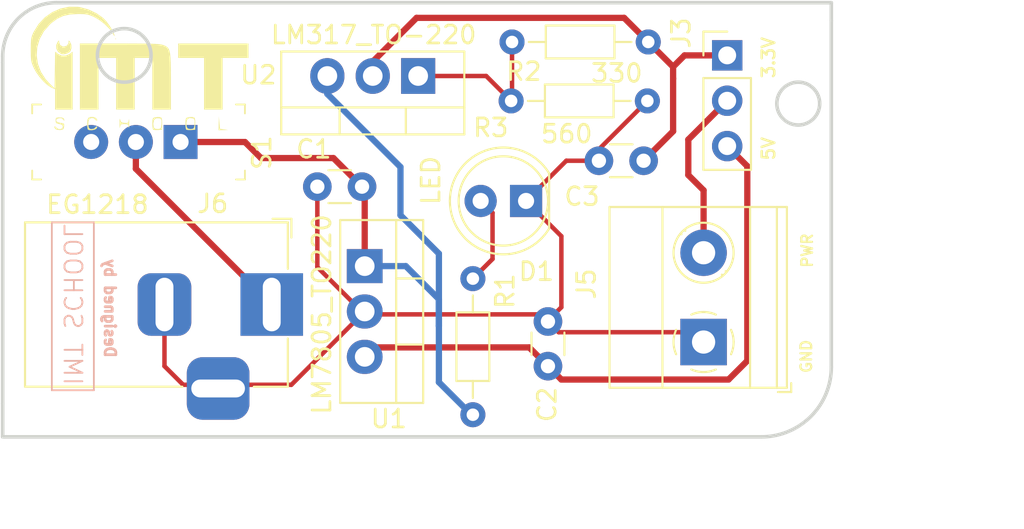
<source format=kicad_pcb>
(kicad_pcb (version 20240108) (generator "pcbnew") (generator_version "8.0")
  (layers (0 "F.Cu" signal) (31 "B.Cu" signal) (34 "B.Paste" user) (35 "F.Paste" user) (36 "B.SilkS" user "B.Silkscreen") (37 "F.SilkS" user "F.Silkscreen") (38 "B.Mask" user) (39 "F.Mask" user) (44 "Edge.Cuts" user))
  (net 0 "")
  (net 1 "GND")
  (net 2 "/12V")
  (net 3 "/5V")
  (net 4 "/3.3V")
  (net 5 "Net-(D1-A)")
  (net 6 "/PWR_output")
  (net 7 "/PWR_input")
  (net 8 "Net-(U2-ADJ)")
  (footprint "Capacitor_THT:C_Disc_D3.0mm_W1.6mm_P2.50mm" (layer "F.Cu") (at 71.35 45.25 180)
    (property "Reference" "C3" (at 3.45 -2 0) (layer "F.SilkS"))
    (property "Value" "1uf")
    (fp_line (start 0.621 0.92) (end 1.879 0.92) (stroke (width 0.12)) (layer "F.SilkS"))
    (fp_line (start 0.621 -0.92) (end 1.879 -0.92) (stroke (width 0.12)) (layer "F.SilkS"))
    (pad "1" thru_hole circle (at 0 0 180) (size 1.6 1.6) (drill 0.8) (layers "*.Cu" "*.Mask") (net 4 "/3.3V"))
    (pad "2" thru_hole circle (at 2.5 0 180) (size 1.6 1.6) (drill 0.8) (layers "*.Cu" "*.Mask") (net 1 "GND"))
  )
  (footprint "TerminalBlock_Phoenix:TerminalBlock_Phoenix_MKDS-1,5-2_1x02_P5.00mm_Horizontal" (layer "F.Cu") (at 74.705 55.4 90)
    (property "Reference" "J5" (at 3.25 -6.555 90) (layer "F.SilkS"))
    (property "Value" "Screw_Terminal_01x02" (hide yes))
    (fp_line (start 7.56 -5.261) (end 7.56 4.66) (stroke (width 0.12)) (layer "F.SilkS"))
    (fp_line (start -2.56 -5.261) (end 7.56 -5.261) (stroke (width 0.12)) (layer "F.SilkS"))
    (fp_line (start -2.56 -5.261) (end -2.56 4.66) (stroke (width 0.12)) (layer "F.SilkS"))
    (fp_line (start -2.56 -2.301) (end 7.56 -2.301) (stroke (width 0.12)) (layer "F.SilkS"))
    (fp_line (start 6.07 -1.275) (end 6.035 -1.239) (stroke (width 0.12)) (layer "F.SilkS"))
    (fp_line (start 6.275 -1.069) (end 6.228 -1.023) (stroke (width 0.12)) (layer "F.SilkS"))
    (fp_line (start 3.773 1.023) (end 3.726 1.069) (stroke (width 0.12)) (layer "F.SilkS"))
    (fp_line (start 3.966 1.239) (end 3.931 1.274) (stroke (width 0.12)) (layer "F.SilkS"))
    (fp_line (start -2.56 2.6) (end 7.56 2.6) (stroke (width 0.12)) (layer "F.SilkS"))
    (fp_line (start -2.56 4.1) (end 7.56 4.1) (stroke (width 0.12)) (layer "F.SilkS"))
    (fp_line (start -2.8 4.16) (end -2.8 4.9) (stroke (width 0.12)) (layer "F.SilkS"))
    (fp_line (start -2.56 4.66) (end 7.56 4.66) (stroke (width 0.12)) (layer "F.SilkS"))
    (fp_line (start -2.8 4.9) (end -2.3 4.9) (stroke (width 0.12)) (layer "F.SilkS"))
    (fp_arc (start -0.683042 -1.535427) (mid 0.000524 -1.680501) (end 0.684 -1.535) (stroke (width 0.12)) (layer "F.SilkS"))
    (fp_arc (start 1.535427 -0.683042) (mid 1.680501 0.000524) (end 1.535 0.684) (stroke (width 0.12)) (layer "F.SilkS"))
    (fp_arc (start -1.535427 0.683042) (mid -1.680501 -0.000524) (end -1.535 -0.684) (stroke (width 0.12)) (layer "F.SilkS"))
    (fp_arc (start 0.683318 1.534756) (mid 0.349292 1.643288) (end 0 1.68) (stroke (width 0.12)) (layer "F.SilkS"))
    (fp_arc (start 0.028805 1.680253) (mid -0.335551 1.646659) (end -0.684 1.535) (stroke (width 0.12)) (layer "F.SilkS"))
    (fp_circle (center 5 0) (end 6.68 0) (stroke (width 0.12)) (fill none) (layer "F.SilkS"))
    (pad "1" thru_hole rect (at 0 0 90) (size 2.6 2.6) (drill 1.3) (layers "*.Cu" "*.Mask") (net 1 "GND"))
    (pad "2" thru_hole circle (at 5 0 90) (size 2.6 2.6) (drill 1.3) (layers "*.Cu" "*.Mask") (net 6 "/PWR_output"))
  )
  (footprint "digikey-footprints:Switch_Slide_11.6x4mm_EG1218" (layer "F.Cu") (at 45.45 44.2 180)
    (property "Reference" "S1" (at -4.55 -0.6 -90) (layer "F.SilkS"))
    (property "Value" "EG1218" (at 4.65 -3.5 0) (layer "F.SilkS"))
    (fp_line (start 8.3 2.1) (end 8.3 1.6) (stroke (width 0.1)) (layer "F.SilkS"))
    (fp_line (start 8.3 2.1) (end 7.8 2.1) (stroke (width 0.1)) (layer "F.SilkS"))
    (fp_line (start 8.3 -2.1) (end 8.3 -1.6) (stroke (width 0.1)) (layer "F.SilkS"))
    (fp_line (start 8.3 -2.1) (end 7.8 -2.1) (stroke (width 0.1)) (layer "F.SilkS"))
    (fp_line (start -3.6 2.1) (end -3.1 2.1) (stroke (width 0.1)) (layer "F.SilkS"))
    (fp_line (start -3.6 2.1) (end -3.6 1.6) (stroke (width 0.1)) (layer "F.SilkS"))
    (fp_line (start -3.6 -2.1) (end -3.1 -2.1) (stroke (width 0.1)) (layer "F.SilkS"))
    (fp_line (start -3.6 -2.1) (end -3.6 -1.6) (stroke (width 0.1)) (layer "F.SilkS"))
    (pad "1" thru_hole rect (at 0 0 180) (size 1.9 1.9) (drill 0.9) (layers "*.Cu" "*.Mask") (net 2 "/12V"))
    (pad "2" thru_hole circle (at 2.5 0 180) (size 1.9 1.9) (drill 0.9) (layers "*.Cu" "*.Mask") (net 7 "/PWR_input"))
    (pad "3" thru_hole circle (at 5 0 180) (size 1.9 1.9) (drill 0.9) (layers "*.Cu" "*.Mask"))
  )
  (footprint "Package_TO_SOT_THT:TO-220-3_Vertical" (layer "F.Cu") (at 58.74 40.505 180)
    (property "Reference" "U2" (at 8.94 0.055 0) (layer "F.SilkS"))
    (property "Value" "LM317_TO-220" (at 2.49 2.305 0) (layer "F.SilkS"))
    (fp_line (start 7.66 -3.27) (end 7.66 1.371) (stroke (width 0.12)) (layer "F.SilkS"))
    (fp_line (start 4.391 -3.27) (end 4.391 -1.76) (stroke (width 0.12)) (layer "F.SilkS"))
    (fp_line (start 0.69 -3.27) (end 0.69 -1.76) (stroke (width 0.12)) (layer "F.SilkS"))
    (fp_line (start -2.58 1.371) (end 7.66 1.371) (stroke (width 0.12)) (layer "F.SilkS"))
    (fp_line (start -2.58 -1.76) (end 7.66 -1.76) (stroke (width 0.12)) (layer "F.SilkS"))
    (fp_line (start -2.58 -3.27) (end 7.66 -3.27) (stroke (width 0.12)) (layer "F.SilkS"))
    (fp_line (start -2.58 -3.27) (end -2.58 1.371) (stroke (width 0.12)) (layer "F.SilkS"))
    (pad "1" thru_hole rect (at 0 0 180) (size 1.905 2) (drill 1.1) (layers "*.Cu" "*.Mask") (net 8 "Net-(U2-ADJ)"))
    (pad "2" thru_hole oval (at 2.54 0 180) (size 1.905 2) (drill 1.1) (layers "*.Cu" "*.Mask") (net 4 "/3.3V"))
    (pad "3" thru_hole oval (at 5.08 0 180) (size 1.905 2) (drill 1.1) (layers "*.Cu" "*.Mask") (net 2 "/12V"))
  )
  (footprint "Resistor_THT:R_Axial_DIN0204_L3.6mm_D1.6mm_P7.62mm_Horizontal" (layer "F.Cu") (at 71.61 38.6 180)
    (property "Reference" "R2" (at 6.96 -1.65 0) (layer "F.SilkS"))
    (property "Value" "330" (at 1.76 -1.75 0) (layer "F.SilkS"))
    (fp_line (start 6.68 0) (end 5.73 0) (stroke (width 0.12)) (layer "F.SilkS"))
    (fp_line (start 5.73 0.92) (end 5.73 -0.92) (stroke (width 0.12)) (layer "F.SilkS"))
    (fp_line (start 5.73 -0.92) (end 1.89 -0.92) (stroke (width 0.12)) (layer "F.SilkS"))
    (fp_line (start 1.89 0.92) (end 5.73 0.92) (stroke (width 0.12)) (layer "F.SilkS"))
    (fp_line (start 1.89 -0.92) (end 1.89 0.92) (stroke (width 0.12)) (layer "F.SilkS"))
    (fp_line (start 0.94 0) (end 1.89 0) (stroke (width 0.12)) (layer "F.SilkS"))
    (pad "1" thru_hole circle (at 0 0 180) (size 1.4 1.4) (drill 0.7) (layers "*.Cu" "*.Mask") (net 4 "/3.3V"))
    (pad "2" thru_hole oval (at 7.62 0 180) (size 1.4 1.4) (drill 0.7) (layers "*.Cu" "*.Mask") (net 8 "Net-(U2-ADJ)"))
  )
  (footprint "LED_THT:LED_D5.0mm" (layer "F.Cu") (at 64.775 47.5 180)
    (property "Reference" "D1" (at -0.575 -3.95 0) (layer "F.SilkS"))
    (property "Value" "LED" (at 5.325 1.15 90) (layer "F.SilkS"))
    (fp_line (start -1.29 -1.545) (end -1.29 1.545) (stroke (width 0.12)) (layer "F.SilkS"))
    (fp_arc (start 4.26 -0.000462) (mid 2.072002 2.880433) (end -1.29 1.54483) (stroke (width 0.12)) (layer "F.SilkS"))
    (fp_arc (start -1.29 -1.54483) (mid 2.072002 -2.880433) (end 4.26 0.000462) (stroke (width 0.12)) (layer "F.SilkS"))
    (fp_circle (center 1.27 0) (end 3.77 0) (stroke (width 0.12)) (fill none) (layer "F.SilkS"))
    (pad "1" thru_hole rect (at 0 0 180) (size 1.8 1.8) (drill 0.9) (layers "*.Cu" "*.Mask") (net 1 "GND"))
    (pad "2" thru_hole circle (at 2.54 0 180) (size 1.8 1.8) (drill 0.9) (layers "*.Cu" "*.Mask") (net 5 "Net-(D1-A)"))
  )
  (footprint "Connector_BarrelJack:BarrelJack_Horizontal" (layer "F.Cu") (at 50.55 53.3)
    (property "Reference" "J6" (at -3.3 -5.65 0) (layer "F.SilkS"))
    (property "Value" "Barrel_Jack_Switch" (hide yes))
    (fp_line (start -13.8 -4.6) (end 0.9 -4.6) (stroke (width 0.12)) (layer "F.SilkS"))
    (fp_line (start -13.8 4.6) (end -13.8 -4.6) (stroke (width 0.12)) (layer "F.SilkS"))
    (fp_line (start -5 4.6) (end -13.8 4.6) (stroke (width 0.12)) (layer "F.SilkS"))
    (fp_line (start 0.05 -4.8) (end 1.1 -4.8) (stroke (width 0.12)) (layer "F.SilkS"))
    (fp_line (start 0.9 -4.6) (end 0.9 -2) (stroke (width 0.12)) (layer "F.SilkS"))
    (fp_line (start 0.9 1.9) (end 0.9 4.6) (stroke (width 0.12)) (layer "F.SilkS"))
    (fp_line (start 0.9 4.6) (end -1 4.6) (stroke (width 0.12)) (layer "F.SilkS"))
    (fp_line (start 1.1 -3.75) (end 1.1 -4.8) (stroke (width 0.12)) (layer "F.SilkS"))
    (pad "1" thru_hole rect (at 0 0) (size 3.5 3.5) (drill oval 1 3) (layers "*.Cu" "*.Mask") (net 7 "/PWR_input"))
    (pad "2" thru_hole roundrect (at -6 0) (size 3 3.5) (drill oval 1 3) (layers "*.Cu" "*.Mask") (net 1 "GND"))
    (pad "3" thru_hole roundrect (at -3 4.7) (size 3.5 3.5) (drill oval 3 1) (layers "*.Cu" "*.Mask") (net 1 "GND"))
  )
  (footprint "Resistor_THT:R_Axial_DIN0204_L3.6mm_D1.6mm_P7.62mm_Horizontal" (layer "F.Cu") (at 63.94 41.9)
    (property "Reference" "R3" (at -1.14 1.5 0) (layer "F.SilkS"))
    (property "Value" "560" (at 3.11 1.85 0) (layer "F.SilkS"))
    (fp_line (start 0.94 0) (end 1.89 0) (stroke (width 0.12)) (layer "F.SilkS"))
    (fp_line (start 1.89 -0.92) (end 1.89 0.92) (stroke (width 0.12)) (layer "F.SilkS"))
    (fp_line (start 1.89 0.92) (end 5.73 0.92) (stroke (width 0.12)) (layer "F.SilkS"))
    (fp_line (start 5.73 -0.92) (end 1.89 -0.92) (stroke (width 0.12)) (layer "F.SilkS"))
    (fp_line (start 5.73 0.92) (end 5.73 -0.92) (stroke (width 0.12)) (layer "F.SilkS"))
    (fp_line (start 6.68 0) (end 5.73 0) (stroke (width 0.12)) (layer "F.SilkS"))
    (pad "1" thru_hole circle (at 0 0) (size 1.4 1.4) (drill 0.7) (layers "*.Cu" "*.Mask") (net 8 "Net-(U2-ADJ)"))
    (pad "2" thru_hole oval (at 7.62 0) (size 1.4 1.4) (drill 0.7) (layers "*.Cu" "*.Mask") (net 1 "GND"))
  )
  (footprint "Package_TO_SOT_THT:TO-220-3_Vertical" (layer "F.Cu") (at 55.75 51.15 -90)
    (property "Reference" "U1" (at 8.55 -1.35 180) (layer "F.SilkS"))
    (property "Value" "LM7805_TO220" (at 2.7 2.4 90) (layer "F.SilkS"))
    (fp_line (start -2.58 1.371) (end 7.66 1.371) (stroke (width 0.12)) (layer "F.SilkS"))
    (fp_line (start -2.58 -1.76) (end 7.66 -1.76) (stroke (width 0.12)) (layer "F.SilkS"))
    (fp_line (start -2.58 -3.27) (end -2.58 1.371) (stroke (width 0.12)) (layer "F.SilkS"))
    (fp_line (start -2.58 -3.27) (end 7.66 -3.27) (stroke (width 0.12)) (layer "F.SilkS"))
    (fp_line (start 0.69 -3.27) (end 0.69 -1.76) (stroke (width 0.12)) (layer "F.SilkS"))
    (fp_line (start 4.391 -3.27) (end 4.391 -1.76) (stroke (width 0.12)) (layer "F.SilkS"))
    (fp_line (start 7.66 -3.27) (end 7.66 1.371) (stroke (width 0.12)) (layer "F.SilkS"))
    (pad "1" thru_hole rect (at 0 0 270) (size 1.905 2) (drill 1.1) (layers "*.Cu" "*.Mask") (net 2 "/12V"))
    (pad "2" thru_hole oval (at 2.54 0 270) (size 1.905 2) (drill 1.1) (layers "*.Cu" "*.Mask") (net 1 "GND"))
    (pad "3" thru_hole oval (at 5.08 0 270) (size 1.905 2) (drill 1.1) (layers "*.Cu" "*.Mask") (net 3 "/5V"))
  )
  (footprint "Resistor_THT:R_Axial_DIN0204_L3.6mm_D1.6mm_P7.62mm_Horizontal" (layer "F.Cu") (at 61.8 59.47 90)
    (property "Reference" "R1" (at 6.92 1.8 90) (layer "F.SilkS"))
    (property "Value" "330")
    (fp_line (start 5.73 -0.92) (end 1.89 -0.92) (stroke (width 0.12)) (layer "F.SilkS"))
    (fp_line (start 1.89 -0.92) (end 1.89 0.92) (stroke (width 0.12)) (layer "F.SilkS"))
    (fp_line (start 6.68 0) (end 5.73 0) (stroke (width 0.12)) (layer "F.SilkS"))
    (fp_line (start 0.94 0) (end 1.89 0) (stroke (width 0.12)) (layer "F.SilkS"))
    (fp_line (start 5.73 0.92) (end 5.73 -0.92) (stroke (width 0.12)) (layer "F.SilkS"))
    (fp_line (start 1.89 0.92) (end 5.73 0.92) (stroke (width 0.12)) (layer "F.SilkS"))
    (pad "1" thru_hole circle (at 0 0 90) (size 1.4 1.4) (drill 0.7) (layers "*.Cu" "*.Mask") (net 2 "/12V"))
    (pad "2" thru_hole oval (at 7.62 0 90) (size 1.4 1.4) (drill 0.7) (layers "*.Cu" "*.Mask") (net 5 "Net-(D1-A)"))
  )
  (footprint "Capacitor_THT:C_Disc_D3.0mm_W1.6mm_P2.50mm" (layer "F.Cu") (at 66 56.75 90)
    (property "Reference" "C2" (at -2.15 -0.05 90) (layer "F.SilkS"))
    (property "Value" "0.1uf")
    (fp_line (start 0.621 -0.92) (end 1.879 -0.92) (stroke (width 0.12)) (layer "F.SilkS"))
    (fp_line (start 0.621 0.92) (end 1.879 0.92) (stroke (width 0.12)) (layer "F.SilkS"))
    (pad "1" thru_hole circle (at 0 0 90) (size 1.6 1.6) (drill 0.8) (layers "*.Cu" "*.Mask") (net 3 "/5V"))
    (pad "2" thru_hole circle (at 2.5 0 90) (size 1.6 1.6) (drill 0.8) (layers "*.Cu" "*.Mask") (net 1 "GND"))
  )
  (footprint "Capacitor_THT:C_Disc_D3.0mm_W1.6mm_P2.50mm" (layer "F.Cu") (at 55.6 46.7 180)
    (property "Reference" "C1" (at 2.7 2.1 0) (layer "F.SilkS"))
    (property "Value" "10uf")
    (fp_line (start 0.621 0.92) (end 1.879 0.92) (stroke (width 0.12)) (layer "F.SilkS"))
    (fp_line (start 0.621 -0.92) (end 1.879 -0.92) (stroke (width 0.12)) (layer "F.SilkS"))
    (pad "1" thru_hole circle (at 0 0 180) (size 1.6 1.6) (drill 0.8) (layers "*.Cu" "*.Mask") (net 2 "/12V"))
    (pad "2" thru_hole circle (at 2.5 0 180) (size 1.6 1.6) (drill 0.8) (layers "*.Cu" "*.Mask") (net 1 "GND"))
  )
  (footprint "Connector_PinHeader_2.54mm:PinHeader_1x03_P2.54mm_Vertical" (layer "F.Cu") (at 76.025 39.35)
    (property "Reference" "J3" (at -2.575 -1.25 90) (layer "F.SilkS"))
    (property "Value" "Conn_01x03_Pin" (hide yes))
    (fp_line (start -1.33 -1.33) (end 0 -1.33) (stroke (width 0.12)) (layer "F.SilkS"))
    (fp_line (start -1.33 0) (end -1.33 -1.33) (stroke (width 0.12)) (layer "F.SilkS"))
    (fp_line (start -1.33 1.27) (end -1.33 6.41) (stroke (width 0.12)) (layer "F.SilkS"))
    (fp_line (start -1.33 1.27) (end 1.33 1.27) (stroke (width 0.12)) (layer "F.SilkS"))
    (fp_line (start -1.33 6.41) (end 1.33 6.41) (stroke (width 0.12)) (layer "F.SilkS"))
    (fp_line (start 1.33 1.27) (end 1.33 6.41) (stroke (width 0.12)) (layer "F.SilkS"))
    (pad "1" thru_hole rect (at 0 0) (size 1.7 1.7) (drill 1) (layers "*.Cu" "*.Mask") (net 4 "/3.3V"))
    (pad "2" thru_hole oval (at 0 2.54) (size 1.7 1.7) (drill 1) (layers "*.Cu" "*.Mask") (net 6 "/PWR_output"))
    (pad "3" thru_hole oval (at 0 5.08) (size 1.7 1.7) (drill 1) (layers "*.Cu" "*.Mask") (net 3 "/5V"))
  )
  (footprint "logo_Footprints:IMT_LOGO2" (layer "F.Cu") (at 43.000889 40.072258)
    (property "Reference" "G***" (hide yes))
    (property "Value" "LOGO" (hide yes))
    (fp_poly (pts (xy -1.157176 -1.648975) (xy -1.186105 -1.620046) (xy -1.215034 -1.648975) (xy -1.186105 -1.677905)) (fill solid) (layer "F.SilkS"))
    (fp_poly (pts (xy 4.623963 3.037585) (xy 4.657631 3.384738) (xy 4.889066 3.419921) (xy 5.120501 3.455105) (xy 4.845672 3.463315) (xy 4.570843 3.471526) (xy 4.580569 3.080979) (xy 4.590296 2.690433)) (fill solid) (layer "F.SilkS"))
    (fp_poly (pts (xy 6.248747 -0.983599) (xy 6.248747 -0.578588) (xy 5.525512 -0.578588) (xy 4.802278 -0.578588) (xy 4.802278 0.867881) (xy 4.802278 2.314351) (xy 4.281549 2.314351) (xy 3.76082 2.314351) (xy 3.76082 0.867881) (xy 3.76082 -0.578588) (xy 3.037585 -0.578588) (xy 2.314351 -0.578588) (xy 2.314351 -0.983599) (xy 2.314351 -1.388611) (xy 4.281549 -1.388611) (xy 6.248747 -1.388611)) (fill solid) (layer "F.SilkS"))
    (fp_poly (pts (xy -4.343855 -1.538609) (xy -4.341248 -1.472506) (xy -4.289829 -1.312655) (xy -4.157077 -1.224878) (xy -4.079044 -1.215034) (xy -3.917977 -1.263834) (xy -3.827916 -1.394848) (xy -3.816839 -1.472506) (xy -3.810663 -1.554854) (xy -3.778894 -1.541174) (xy -3.730051 -1.478805) (xy -3.660099 -1.313949) (xy -3.652802 -1.123166) (xy -3.706668 -0.958453) (xy -3.746356 -0.910286) (xy -3.906271 -0.817401) (xy -4.092958 -0.776313) (xy -4.22369 -0.792008) (xy -4.400548 -0.913193) (xy -4.499107 -1.091991) (xy -4.509338 -1.294696) (xy -4.428036 -1.478805) (xy -4.36441 -1.556087)) (fill solid) (layer "F.SilkS"))
    (fp_poly (pts (xy -0.936986 2.847146) (xy -0.9331 2.864009) (xy -0.891379 2.982634) (xy -0.807377 3.037072) (xy -0.68349 3.055309) (xy -0.542226 3.058862) (xy -0.477277 3.018725) (xy -0.450287 2.906733) (xy -0.44711 2.881733) (xy -0.435992 2.839694) (xy -0.427697 2.900064) (xy -0.423691 3.049546) (xy -0.423531 3.095444) (xy -0.42631 3.264151) (xy -0.433677 3.347316) (xy -0.444175 3.331404) (xy -0.446866 3.312414) (xy -0.472074 3.190116) (xy -0.531407 3.136979) (xy -0.66237 3.124501) (xy -0.694306 3.124373) (xy -0.841103 3.13279) (xy -0.909922 3.177042) (xy -0.938268 3.285631) (xy -0.941745 3.312414) (xy -0.953043 3.352906) (xy -0.962017 3.291219) (xy -0.967061 3.140888) (xy -0.967494 3.095444) (xy -0.964791 2.906917) (xy -0.954359 2.822385)) (fill solid) (layer "F.SilkS"))
    (fp_poly (pts (xy -2.341988 2.749551) (xy -2.24631 2.819763) (xy -2.207627 2.899465) (xy -2.223658 2.937249) (xy -2.280107 2.929507) (xy -2.321566 2.877992) (xy -2.425342 2.791321) (xy -2.559211 2.791592) (xy -2.658153 2.859971) (xy -2.698808 2.969296) (xy -2.710503 3.131976) (xy -2.708631 3.16373) (xy -2.683517 3.313823) (xy -2.625857 3.383816) (xy -2.549028 3.404697) (xy -2.397795 3.378707) (xy -2.332655 3.322133) (xy -2.259539 3.256169) (xy -2.219916 3.257381) (xy -2.220232 3.325885) (xy -2.255332 3.38334) (xy -2.356612 3.440223) (xy -2.509319 3.469717) (xy -2.65773 3.466101) (xy -2.738649 3.432953) (xy -2.760512 3.357461) (xy -2.774491 3.206164) (xy -2.777221 3.091991) (xy -2.764072 2.888849) (xy -2.710843 2.775402) (xy -2.596869 2.727269) (xy -2.46135 2.719362)) (fill solid) (layer "F.SilkS"))
    (fp_poly (pts (xy 1.281472 2.729031) (xy 1.357231 2.749565) (xy 1.398068 2.802867) (xy 1.414618 2.917576) (xy 1.41754 3.095444) (xy 1.41754 3.442597) (xy 1.184005 3.459784) (xy 1.026831 3.461278) (xy 0.92278 3.443847) (xy 0.909176 3.435676) (xy 0.885921 3.358667) (xy 0.870943 3.205854) (xy 0.868904 3.126636) (xy 0.92574 3.126636) (xy 0.947154 3.298911) (xy 1.02661 3.382202) (xy 1.186933 3.397751) (xy 1.215034 3.395895) (xy 1.304163 3.37632) (xy 1.350608 3.314569) (xy 1.372348 3.179149) (xy 1.377239 3.111787) (xy 1.382133 2.944278) (xy 1.358816 2.85686) (xy 1.292585 2.814697) (xy 1.246305 2.801568) (xy 1.078041 2.801888) (xy 0.970187 2.899291) (xy 0.926521 3.089947) (xy 0.92574 3.126636) (xy 0.868904 3.126636) (xy 0.867881 3.086903) (xy 0.873425 2.905295) (xy 0.898744 2.807059) (xy 0.956871 2.760045) (xy 1.006643 2.744598) (xy 1.177198 2.724348)) (fill solid) (layer "F.SilkS"))
    (fp_poly (pts (xy 3.132953 2.729031) (xy 3.208711 2.749565) (xy 3.249548 2.802867) (xy 3.266099 2.917576) (xy 3.26902 3.095444) (xy 3.26902 3.442597) (xy 3.035486 3.459784) (xy 2.878311 3.461278) (xy 2.77426 3.443847) (xy 2.760657 3.435676) (xy 2.737402 3.358667) (xy 2.722424 3.205854) (xy 2.719558 3.094521) (xy 2.777221 3.094521) (xy 2.794001 3.278997) (xy 2.85862 3.373125) (xy 2.992496 3.399218) (xy 3.066515 3.395895) (xy 3.156035 3.376102) (xy 3.202479 3.313693) (xy 3.224095 3.177015) (xy 3.228599 3.114751) (xy 3.231764 2.944442) (xy 3.20516 2.854357) (xy 3.137599 2.810504) (xy 3.127346 2.807093) (xy 2.945587 2.784161) (xy 2.830941 2.854347) (xy 2.780369 3.020147) (xy 2.777221 3.094521) (xy 2.719558 3.094521) (xy 2.719362 3.086903) (xy 2.724906 2.905295) (xy 2.750225 2.807059) (xy 2.808352 2.760045) (xy 2.858124 2.744598) (xy 3.028678 2.724348)) (fill solid) (layer "F.SilkS"))
    (fp_poly (pts (xy -4.154978 2.760342) (xy -4.080476 2.806427) (xy -4.060173 2.864009) (xy -4.049953 2.944106) (xy -4.077501 2.928232) (xy -4.122702 2.869942) (xy -4.223586 2.792319) (xy -4.363179 2.799685) (xy -4.486407 2.859785) (xy -4.50939 2.936834) (xy -4.440785 3.008658) (xy -4.289251 3.053081) (xy -4.263213 3.055745) (xy -4.120723 3.0749) (xy -4.06275 3.120933) (xy -4.058176 3.225037) (xy -4.061189 3.25825) (xy -4.086415 3.383183) (xy -4.154426 3.439522) (xy -4.286501 3.459987) (xy -4.479447 3.444026) (xy -4.569576 3.386265) (xy -4.615114 3.296911) (xy -4.60742 3.257381) (xy -4.549295 3.266795) (xy -4.49468 3.322133) (xy -4.389892 3.396924) (xy -4.266332 3.404781) (xy -4.167953 3.352229) (xy -4.136902 3.26902) (xy -4.167464 3.182556) (xy -4.276911 3.135275) (xy -4.339408 3.124373) (xy -4.47629 3.092779) (xy -4.532177 3.028848) (xy -4.541914 2.921868) (xy -4.532724 2.810435) (xy -4.483014 2.760994) (xy -4.359569 2.748551) (xy -4.311271 2.748291)) (fill solid) (layer "F.SilkS"))
    (fp_poly (pts (xy -0.373214 -1.38802) (xy 0.105229 -1.385963) (xy 0.491018 -1.382011) (xy 0.795682 -1.375734) (xy 1.030751 -1.366705) (xy 1.207753 -1.354494) (xy 1.33822 -1.338672) (xy 1.433678 -1.318811) (xy 1.498699 -1.297324) (xy 1.611621 -1.247368) (xy 1.701722 -1.189159) (xy 1.771571 -1.109913) (xy 1.823737 -0.996846) (xy 1.860787 -0.837176) (xy 1.885291 -0.618119) (xy 1.899817 -0.326891) (xy 1.906934 0.049291) (xy 1.909209 0.523211) (xy 1.909339 0.746443) (xy 1.909339 2.314351) (xy 1.38861 2.314351) (xy 0.867881 2.314351) (xy 0.867881 0.867881) (xy 0.867881 -0.578588) (xy 0.376082 -0.578588) (xy -0.115718 -0.578588) (xy -0.115718 0.867881) (xy -0.115718 2.314351) (xy -0.636447 2.314351) (xy -1.157176 2.314351) (xy -1.157176 0.867881) (xy -1.157176 -0.578588) (xy -1.648975 -0.578588) (xy -2.140775 -0.578588) (xy -2.140775 0.867881) (xy -2.140775 2.314351) (xy -2.661504 2.314351) (xy -3.182233 2.314351) (xy -3.182233 0.46287) (xy -3.182233 -1.388611) (xy -0.955841 -1.388611)) (fill solid) (layer "F.SilkS"))
    (fp_poly (pts (xy -3.285609 -3.440607) (xy -3.175909 -3.424545) (xy -2.708508 -3.296592) (xy -2.259036 -3.085127) (xy -1.88041 -2.817905) (xy -1.705695 -2.634488) (xy -1.528049 -2.396847) (xy -1.37352 -2.144761) (xy -1.268156 -1.918012) (xy -1.247585 -1.851481) (xy -1.239007 -1.787246) (xy -1.272398 -1.823154) (xy -1.326936 -1.917263) (xy -1.526509 -2.198033) (xy -1.802943 -2.475263) (xy -2.120897 -2.717099) (xy -2.372044 -2.859276) (xy -2.56508 -2.945234) (xy -2.72762 -2.998006) (xy -2.900279 -3.025314) (xy -3.123672 -3.034881) (xy -3.29795 -3.035321) (xy -3.740774 -3.009416) (xy -4.108768 -2.927673) (xy -4.434241 -2.777986) (xy -4.749501 -2.548244) (xy -4.859907 -2.449925) (xy -5.194136 -2.067467) (xy -5.42848 -1.641432) (xy -5.562763 -1.186969) (xy -5.59681 -0.719224) (xy -5.530447 -0.253345) (xy -5.363498 0.195522) (xy -5.095787 0.612227) (xy -4.897848 0.82974) (xy -4.599772 1.120166) (xy -4.58396 0.094074) (xy -4.568147 -0.932019) (xy -4.417046 -0.813162) (xy -4.203015 -0.712741) (xy -3.967563 -0.710299) (xy -3.750738 -0.805774) (xy -3.739694 -0.814222) (xy -3.587244 -0.934139) (xy -3.587244 0.690106) (xy -3.587244 2.314351) (xy -4.079044 2.314351) (xy -4.570843 2.314351) (xy -4.570843 1.742782) (xy -4.570843 1.171214) (xy -4.752413 1.096005) (xy -4.96847 0.965728) (xy -5.204726 0.756998) (xy -5.435595 0.497632) (xy -5.635488 0.215451) (xy -5.743762 0.018228) (xy -5.825174 -0.160703) (xy -5.87872 -0.308685) (xy -5.910207 -0.458665) (xy -5.925441 -0.643592) (xy -5.93023 -0.896412) (xy -5.930524 -1.041458) (xy -5.928272 -1.338182) (xy -5.918098 -1.550568) (xy -5.894874 -1.709961) (xy -5.853472 -1.847708) (xy -5.788765 -1.995155) (xy -5.767275 -2.039387) (xy -5.489323 -2.485648) (xy -5.137467 -2.857318) (xy -4.726437 -3.146523) (xy -4.270963 -3.345389) (xy -3.785777 -3.446042)) (fill solid) (layer "F.SilkS"))
  )
  (gr_line (start 40.6 48.7) (end 38.25 48.7) (stroke (width 0.1)) (layer "B.SilkS"))
  (gr_line (start 40.6 58.1) (end 40.6 48.7) (stroke (width 0.1)) (layer "B.SilkS"))
  (gr_line (start 38.25 58.1) (end 40.6 58.1) (stroke (width 0.1)) (layer "B.SilkS"))
  (gr_line (start 38.25 48.7) (end 38.25 58.1) (stroke (width 0.1)) (layer "B.SilkS"))
  (gr_line (start 35.5 60.708385) (end 35.5 58.85) (stroke (width 0.2)) (layer "Edge.Cuts"))
  (gr_circle (center 80 42.05) (end 81.2 42.05) (stroke (width 0.2)) (fill none) (layer "Edge.Cuts"))
  (gr_arc (start 35.5 39.4) (mid 36.37868 37.27868) (end 38.5 36.4) (stroke (width 0.2)) (layer "Edge.Cuts"))
  (gr_circle (center 42.3 39.35) (end 43.8 39.35) (stroke (width 0.2)) (fill none) (layer "Edge.Cuts"))
  (gr_line (start 81.85 37.4) (end 81.85 36.4) (stroke (width 0.2)) (layer "Edge.Cuts"))
  (gr_arc (start 81.85 56.8) (mid 80.705261 59.563646) (end 77.941615 60.708385) (stroke (width 0.2)) (layer "Edge.Cuts"))
  (gr_line (start 35.5 39.4) (end 35.5 39.75) (stroke (width 0.2)) (layer "Edge.Cuts"))
  (gr_line (start 81.85 56.8) (end 81.85 37.4) (stroke (width 0.2)) (layer "Edge.Cuts"))
  (gr_line (start 38.5 36.4) (end 38.85 36.4) (stroke (width 0.2)) (layer "Edge.Cuts"))
  (gr_line (start 35.500001 58.85) (end 35.500001 39.75) (stroke (width 0.2)) (layer "Edge.Cuts"))
  (gr_line (start 38.85 36.4) (end 81.85 36.4) (stroke (width 0.2)) (layer "Edge.Cuts"))
  (gr_line (start 77.941615 60.708385) (end 35.5 60.708385) (stroke (width 0.2)) (layer "Edge.Cuts"))
  (gr_text "Designed by" (at 41.85 56.35 270) (layer "B.SilkS") (effects (font (size 0.6 0.6) (thickness 0.15) (bold yes)) (justify left top mirror)))
  (gr_text "IMT SCHOOL" (at 40 57.9 270) (layer "B.SilkS") (effects (font (size 1 1) (thickness 0.1)) (justify left top mirror)))
  (gr_text "GND" (at 80.8 57.2 90) (layer "F.SilkS") (effects (font (size 0.6 0.6) (thickness 0.125)) (justify left bottom)))
  (gr_text "3.3V" (at 78.75 40.7 90) (layer "F.SilkS") (effects (font (size 0.7 0.7) (thickness 0.14) (bold yes)) (justify left bottom)))
  (gr_text "5V" (at 78.75 45.3 90) (layer "F.SilkS") (effects (font (size 0.7 0.7) (thickness 0.14) (bold yes)) (justify left bottom)))
  (gr_text "PWR" (at 80.85 51.3 90) (layer "F.SilkS") (effects (font (size 0.6 0.6) (thickness 0.125)) (justify left bottom)))
  (segment (start 65.6 53.85) (end 66 54.25) (width 0.25) (layer "F.Cu") (net 1))
  (segment (start 45.5925 57.7925) (end 51.6475 57.7925) (width 0.25) (layer "F.Cu") (net 1))
  (segment (start 55.5875 53.69) (end 55.75 53.69) (width 0.25) (layer "F.Cu") (net 1))
  (segment (start 74.155 54.85) (end 74.705 55.4) (width 0.25) (layer "F.Cu") (net 1))
  (segment (start 66 54.25) (end 66.6 54.85) (width 0.25) (layer "F.Cu") (net 1))
  (segment (start 66 54.25) (end 66 54.2) (width 0.25) (layer "F.Cu") (net 1))
  (segment (start 71.56 41.9) (end 68.85 44.61) (width 0.25) (layer "F.Cu") (net 1))
  (segment (start 66.75 49.475) (end 64.775 47.5) (width 0.25) (layer "F.Cu") (net 1))
  (segment (start 68.85 45.25) (end 67.025 45.25) (width 0.25) (layer "F.Cu") (net 1))
  (segment (start 44.55 56.75) (end 45.5925 57.7925) (width 0.25) (layer "F.Cu") (net 1))
  (segment (start 44.55 53.3) (end 44.55 56.75) (width 0.25) (layer "F.Cu") (net 1))
  (segment (start 51.6475 57.7925) (end 55.75 53.69) (width 0.25) (layer "F.Cu") (net 1))
  (segment (start 66 54.2) (end 66.75 53.45) (width 0.25) (layer "F.Cu") (net 1))
  (segment (start 66.75 53.45) (end 66.75 49.475) (width 0.25) (layer "F.Cu") (net 1))
  (segment (start 55.75 53.69) (end 55.91 53.85) (width 0.25) (layer "F.Cu") (net 1))
  (segment (start 53.1 46.7) (end 53.1 51.2025) (width 0.25) (layer "F.Cu") (net 1))
  (segment (start 55.91 53.85) (end 65.6 53.85) (width 0.25) (layer "F.Cu") (net 1))
  (segment (start 53.1 51.2025) (end 55.5875 53.69) (width 0.25) (layer "F.Cu") (net 1))
  (segment (start 67.025 45.25) (end 64.775 47.5) (width 0.25) (layer "F.Cu") (net 1))
  (segment (start 66.6 54.85) (end 74.155 54.85) (width 0.25) (layer "F.Cu") (net 1))
  (segment (start 68.85 44.61) (end 68.85 45.25) (width 0.25) (layer "F.Cu") (net 1))
  (segment (start 49.05 44.2) (end 49.95 45.1) (width 0.35) (layer "F.Cu") (net 2))
  (segment (start 54 45.1) (end 55.6 46.7) (width 0.35) (layer "F.Cu") (net 2))
  (segment (start 55.6 46.85) (end 55.75 47) (width 0.35) (layer "F.Cu") (net 2))
  (segment (start 45.45 44.2) (end 49.05 44.2) (width 0.35) (layer "F.Cu") (net 2))
  (segment (start 55.75 47) (end 55.75 51.15) (width 0.35) (layer "F.Cu") (net 2))
  (segment (start 55.6 46.7) (end 55.6 46.85) (width 0.35) (layer "F.Cu") (net 2))
  (segment (start 49.95 45.1) (end 54 45.1) (width 0.35) (layer "F.Cu") (net 2))
  (segment (start 53.66 41.51) (end 57.75 45.6) (width 0.35) (layer "B.Cu") (net 2))
  (segment (start 61.72 59.47) (end 61.8 59.47) (width 0.35) (layer "B.Cu") (net 2))
  (segment (start 53.66 40.505) (end 53.66 41.51) (width 0.35) (layer "B.Cu") (net 2))
  (segment (start 59.9 57.65) (end 61.72 59.47) (width 0.35) (layer "B.Cu") (net 2))
  (segment (start 59.9 53) (end 59.9 54.5) (width 0.35) (layer "B.Cu") (net 2))
  (segment (start 55.75 51.15) (end 58.05 51.15) (width 0.35) (layer "B.Cu") (net 2))
  (segment (start 59.9 54.5) (end 59.9 57.65) (width 0.35) (layer "B.Cu") (net 2))
  (segment (start 59.9 50.45) (end 59.9 54.5) (width 0.35) (layer "B.Cu") (net 2))
  (segment (start 58.05 51.15) (end 59.9 53) (width 0.35) (layer "B.Cu") (net 2))
  (segment (start 57.75 48.3) (end 59.9 50.45) (width 0.35) (layer "B.Cu") (net 2))
  (segment (start 57.75 45.6) (end 57.75 48.3) (width 0.35) (layer "B.Cu") (net 2))
  (segment (start 77.15 45.555) (end 76.025 44.43) (width 0.35) (layer "F.Cu") (net 3))
  (segment (start 76.1 57.5) (end 77.15 56.45) (width 0.35) (layer "F.Cu") (net 3))
  (segment (start 66.75 57.5) (end 76.1 57.5) (width 0.35) (layer "F.Cu") (net 3))
  (segment (start 77.15 56.45) (end 77.15 45.555) (width 0.35) (layer "F.Cu") (net 3))
  (segment (start 66 56.75) (end 66.75 57.5) (width 0.35) (layer "F.Cu") (net 3))
  (segment (start 55.75 56.23) (end 56.28 55.7) (width 0.35) (layer "F.Cu") (net 3))
  (segment (start 64.95 55.7) (end 66 56.75) (width 0.35) (layer "F.Cu") (net 3))
  (segment (start 56.28 55.7) (end 64.95 55.7) (width 0.35) (layer "F.Cu") (net 3))
  (segment (start 70.26 37.25) (end 58.65 37.25) (width 0.35) (layer "F.Cu") (net 4))
  (segment (start 71.61 38.6) (end 73 39.99) (width 0.35) (layer "F.Cu") (net 4))
  (segment (start 73 43.6) (end 73 40.65) (width 0.35) (layer "F.Cu") (net 4))
  (segment (start 71.35 45.25) (end 73 43.6) (width 0.35) (layer "F.Cu") (net 4))
  (segment (start 56.2 39.7) (end 56.2 40.505) (width 0.35) (layer "F.Cu") (net 4))
  (segment (start 58.65 37.25) (end 56.2 39.7) (width 0.35) (layer "F.Cu") (net 4))
  (segment (start 73 39.99) (end 73 40.65) (width 0.35) (layer "F.Cu") (net 4))
  (segment (start 73 39.99) (end 73.64 39.35) (width 0.35) (layer "F.Cu") (net 4))
  (segment (start 73.64 39.35) (end 76.025 39.35) (width 0.35) (layer "F.Cu") (net 4))
  (segment (start 71.61 38.6) (end 70.26 37.25) (width 0.35) (layer "F.Cu") (net 4))
  (segment (start 61.8 51.85) (end 62.9 50.75) (width 0.25) (layer "F.Cu") (net 5))
  (segment (start 62.9 48.165) (end 62.235 47.5) (width 0.25) (layer "F.Cu") (net 5))
  (segment (start 62.9 50.75) (end 62.9 48.165) (width 0.25) (layer "F.Cu") (net 5))
  (segment (start 74.705 46.905) (end 73.85 46.05) (width 0.35) (layer "F.Cu") (net 6))
  (segment (start 73.85 44.065) (end 76.025 41.89) (width 0.35) (layer "F.Cu") (net 6))
  (segment (start 73.85 46.05) (end 73.85 44.065) (width 0.35) (layer "F.Cu") (net 6))
  (segment (start 74.705 50.4) (end 74.705 46.905) (width 0.35) (layer "F.Cu") (net 6))
  (segment (start 42.95 45.7) (end 42.95 44.2) (width 0.35) (layer "F.Cu") (net 7))
  (segment (start 50.55 53.3) (end 42.95 45.7) (width 0.35) (layer "F.Cu") (net 7))
  (segment (start 63.99 41.85) (end 63.99 38.6) (width 0.25) (layer "F.Cu") (net 8))
  (segment (start 63.94 41.9) (end 63.99 41.85) (width 0.25) (layer "F.Cu") (net 8))
  (segment (start 62.545 40.505) (end 58.74 40.505) (width 0.25) (layer "F.Cu") (net 8))
  (segment (start 63.94 41.9) (end 62.545 40.505) (width 0.25) (layer "F.Cu") (net 8))
)
</source>
